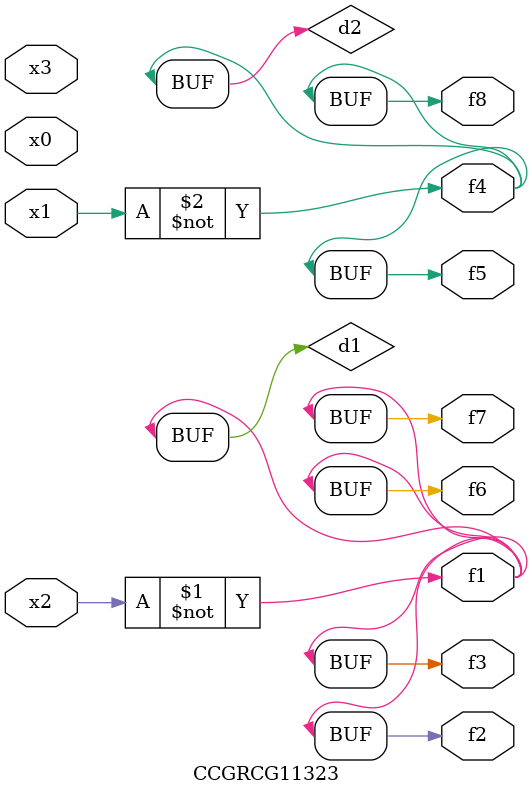
<source format=v>
module CCGRCG11323(
	input x0, x1, x2, x3,
	output f1, f2, f3, f4, f5, f6, f7, f8
);

	wire d1, d2;

	xnor (d1, x2);
	not (d2, x1);
	assign f1 = d1;
	assign f2 = d1;
	assign f3 = d1;
	assign f4 = d2;
	assign f5 = d2;
	assign f6 = d1;
	assign f7 = d1;
	assign f8 = d2;
endmodule

</source>
